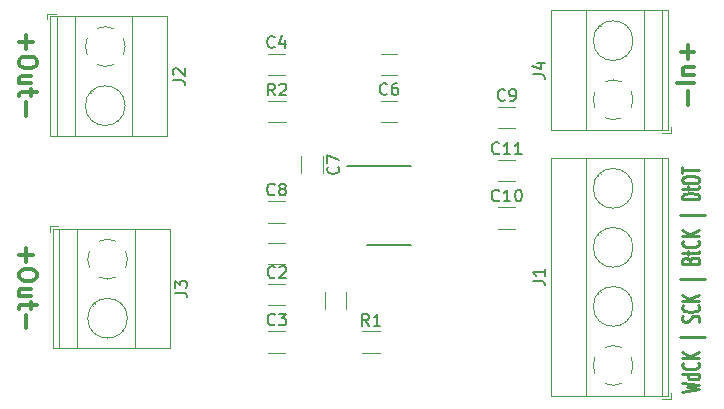
<source format=gbr>
%TF.GenerationSoftware,KiCad,Pcbnew,8.0.6*%
%TF.CreationDate,2025-11-11T21:27:36-08:00*%
%TF.ProjectId,I2S_Dac,4932535f-4461-4632-9e6b-696361645f70,rev?*%
%TF.SameCoordinates,Original*%
%TF.FileFunction,Legend,Top*%
%TF.FilePolarity,Positive*%
%FSLAX46Y46*%
G04 Gerber Fmt 4.6, Leading zero omitted, Abs format (unit mm)*
G04 Created by KiCad (PCBNEW 8.0.6) date 2025-11-11 21:27:36*
%MOMM*%
%LPD*%
G01*
G04 APERTURE LIST*
%ADD10C,0.225000*%
%ADD11C,0.300000*%
%ADD12C,0.150000*%
%ADD13C,0.200000*%
%ADD14C,0.120000*%
G04 APERTURE END LIST*
D10*
X153304728Y-92723402D02*
X154804728Y-92509116D01*
X154804728Y-92509116D02*
X153733300Y-92337688D01*
X153733300Y-92337688D02*
X154804728Y-92166259D01*
X154804728Y-92166259D02*
X153304728Y-91951974D01*
X154804728Y-91223403D02*
X153304728Y-91223403D01*
X154733300Y-91223403D02*
X154804728Y-91309117D01*
X154804728Y-91309117D02*
X154804728Y-91480545D01*
X154804728Y-91480545D02*
X154733300Y-91566260D01*
X154733300Y-91566260D02*
X154661871Y-91609117D01*
X154661871Y-91609117D02*
X154519014Y-91651974D01*
X154519014Y-91651974D02*
X154090442Y-91651974D01*
X154090442Y-91651974D02*
X153947585Y-91609117D01*
X153947585Y-91609117D02*
X153876157Y-91566260D01*
X153876157Y-91566260D02*
X153804728Y-91480545D01*
X153804728Y-91480545D02*
X153804728Y-91309117D01*
X153804728Y-91309117D02*
X153876157Y-91223403D01*
X154661871Y-90280545D02*
X154733300Y-90323402D01*
X154733300Y-90323402D02*
X154804728Y-90451974D01*
X154804728Y-90451974D02*
X154804728Y-90537688D01*
X154804728Y-90537688D02*
X154733300Y-90666259D01*
X154733300Y-90666259D02*
X154590442Y-90751974D01*
X154590442Y-90751974D02*
X154447585Y-90794831D01*
X154447585Y-90794831D02*
X154161871Y-90837688D01*
X154161871Y-90837688D02*
X153947585Y-90837688D01*
X153947585Y-90837688D02*
X153661871Y-90794831D01*
X153661871Y-90794831D02*
X153519014Y-90751974D01*
X153519014Y-90751974D02*
X153376157Y-90666259D01*
X153376157Y-90666259D02*
X153304728Y-90537688D01*
X153304728Y-90537688D02*
X153304728Y-90451974D01*
X153304728Y-90451974D02*
X153376157Y-90323402D01*
X153376157Y-90323402D02*
X153447585Y-90280545D01*
X154804728Y-89894831D02*
X153304728Y-89894831D01*
X154804728Y-89380545D02*
X153947585Y-89766259D01*
X153304728Y-89380545D02*
X154161871Y-89894831D01*
X155304728Y-88094831D02*
X153161871Y-88094831D01*
X154733300Y-86809117D02*
X154804728Y-86680546D01*
X154804728Y-86680546D02*
X154804728Y-86466260D01*
X154804728Y-86466260D02*
X154733300Y-86380546D01*
X154733300Y-86380546D02*
X154661871Y-86337688D01*
X154661871Y-86337688D02*
X154519014Y-86294831D01*
X154519014Y-86294831D02*
X154376157Y-86294831D01*
X154376157Y-86294831D02*
X154233300Y-86337688D01*
X154233300Y-86337688D02*
X154161871Y-86380546D01*
X154161871Y-86380546D02*
X154090442Y-86466260D01*
X154090442Y-86466260D02*
X154019014Y-86637688D01*
X154019014Y-86637688D02*
X153947585Y-86723403D01*
X153947585Y-86723403D02*
X153876157Y-86766260D01*
X153876157Y-86766260D02*
X153733300Y-86809117D01*
X153733300Y-86809117D02*
X153590442Y-86809117D01*
X153590442Y-86809117D02*
X153447585Y-86766260D01*
X153447585Y-86766260D02*
X153376157Y-86723403D01*
X153376157Y-86723403D02*
X153304728Y-86637688D01*
X153304728Y-86637688D02*
X153304728Y-86423403D01*
X153304728Y-86423403D02*
X153376157Y-86294831D01*
X154661871Y-85394831D02*
X154733300Y-85437688D01*
X154733300Y-85437688D02*
X154804728Y-85566260D01*
X154804728Y-85566260D02*
X154804728Y-85651974D01*
X154804728Y-85651974D02*
X154733300Y-85780545D01*
X154733300Y-85780545D02*
X154590442Y-85866260D01*
X154590442Y-85866260D02*
X154447585Y-85909117D01*
X154447585Y-85909117D02*
X154161871Y-85951974D01*
X154161871Y-85951974D02*
X153947585Y-85951974D01*
X153947585Y-85951974D02*
X153661871Y-85909117D01*
X153661871Y-85909117D02*
X153519014Y-85866260D01*
X153519014Y-85866260D02*
X153376157Y-85780545D01*
X153376157Y-85780545D02*
X153304728Y-85651974D01*
X153304728Y-85651974D02*
X153304728Y-85566260D01*
X153304728Y-85566260D02*
X153376157Y-85437688D01*
X153376157Y-85437688D02*
X153447585Y-85394831D01*
X154804728Y-85009117D02*
X153304728Y-85009117D01*
X154804728Y-84494831D02*
X153947585Y-84880545D01*
X153304728Y-84494831D02*
X154161871Y-85009117D01*
X155304728Y-83209117D02*
X153161871Y-83209117D01*
X154019014Y-81580546D02*
X154090442Y-81451974D01*
X154090442Y-81451974D02*
X154161871Y-81409117D01*
X154161871Y-81409117D02*
X154304728Y-81366260D01*
X154304728Y-81366260D02*
X154519014Y-81366260D01*
X154519014Y-81366260D02*
X154661871Y-81409117D01*
X154661871Y-81409117D02*
X154733300Y-81451974D01*
X154733300Y-81451974D02*
X154804728Y-81537689D01*
X154804728Y-81537689D02*
X154804728Y-81880546D01*
X154804728Y-81880546D02*
X153304728Y-81880546D01*
X153304728Y-81880546D02*
X153304728Y-81580546D01*
X153304728Y-81580546D02*
X153376157Y-81494832D01*
X153376157Y-81494832D02*
X153447585Y-81451974D01*
X153447585Y-81451974D02*
X153590442Y-81409117D01*
X153590442Y-81409117D02*
X153733300Y-81409117D01*
X153733300Y-81409117D02*
X153876157Y-81451974D01*
X153876157Y-81451974D02*
X153947585Y-81494832D01*
X153947585Y-81494832D02*
X154019014Y-81580546D01*
X154019014Y-81580546D02*
X154019014Y-81880546D01*
X153804728Y-81109117D02*
X153804728Y-80766260D01*
X153304728Y-80980546D02*
X154590442Y-80980546D01*
X154590442Y-80980546D02*
X154733300Y-80937689D01*
X154733300Y-80937689D02*
X154804728Y-80851974D01*
X154804728Y-80851974D02*
X154804728Y-80766260D01*
X154661871Y-79951974D02*
X154733300Y-79994831D01*
X154733300Y-79994831D02*
X154804728Y-80123403D01*
X154804728Y-80123403D02*
X154804728Y-80209117D01*
X154804728Y-80209117D02*
X154733300Y-80337688D01*
X154733300Y-80337688D02*
X154590442Y-80423403D01*
X154590442Y-80423403D02*
X154447585Y-80466260D01*
X154447585Y-80466260D02*
X154161871Y-80509117D01*
X154161871Y-80509117D02*
X153947585Y-80509117D01*
X153947585Y-80509117D02*
X153661871Y-80466260D01*
X153661871Y-80466260D02*
X153519014Y-80423403D01*
X153519014Y-80423403D02*
X153376157Y-80337688D01*
X153376157Y-80337688D02*
X153304728Y-80209117D01*
X153304728Y-80209117D02*
X153304728Y-80123403D01*
X153304728Y-80123403D02*
X153376157Y-79994831D01*
X153376157Y-79994831D02*
X153447585Y-79951974D01*
X154804728Y-79566260D02*
X153304728Y-79566260D01*
X154804728Y-79051974D02*
X153947585Y-79437688D01*
X153304728Y-79051974D02*
X154161871Y-79566260D01*
X155304728Y-77766260D02*
X153161871Y-77766260D01*
X154804728Y-76437689D02*
X153304728Y-76437689D01*
X153304728Y-76437689D02*
X153304728Y-76223403D01*
X153304728Y-76223403D02*
X153376157Y-76094832D01*
X153376157Y-76094832D02*
X153519014Y-76009117D01*
X153519014Y-76009117D02*
X153661871Y-75966260D01*
X153661871Y-75966260D02*
X153947585Y-75923403D01*
X153947585Y-75923403D02*
X154161871Y-75923403D01*
X154161871Y-75923403D02*
X154447585Y-75966260D01*
X154447585Y-75966260D02*
X154590442Y-76009117D01*
X154590442Y-76009117D02*
X154733300Y-76094832D01*
X154733300Y-76094832D02*
X154804728Y-76223403D01*
X154804728Y-76223403D02*
X154804728Y-76437689D01*
X153804728Y-75666260D02*
X153804728Y-75323403D01*
X153304728Y-75537689D02*
X154590442Y-75537689D01*
X154590442Y-75537689D02*
X154733300Y-75494832D01*
X154733300Y-75494832D02*
X154804728Y-75409117D01*
X154804728Y-75409117D02*
X154804728Y-75323403D01*
X153304728Y-74851974D02*
X153304728Y-74680546D01*
X153304728Y-74680546D02*
X153376157Y-74594831D01*
X153376157Y-74594831D02*
X153519014Y-74509117D01*
X153519014Y-74509117D02*
X153804728Y-74466260D01*
X153804728Y-74466260D02*
X154304728Y-74466260D01*
X154304728Y-74466260D02*
X154590442Y-74509117D01*
X154590442Y-74509117D02*
X154733300Y-74594831D01*
X154733300Y-74594831D02*
X154804728Y-74680546D01*
X154804728Y-74680546D02*
X154804728Y-74851974D01*
X154804728Y-74851974D02*
X154733300Y-74937689D01*
X154733300Y-74937689D02*
X154590442Y-75023403D01*
X154590442Y-75023403D02*
X154304728Y-75066260D01*
X154304728Y-75066260D02*
X153804728Y-75066260D01*
X153804728Y-75066260D02*
X153519014Y-75023403D01*
X153519014Y-75023403D02*
X153376157Y-74937689D01*
X153376157Y-74937689D02*
X153304728Y-74851974D01*
X153304728Y-74209117D02*
X153304728Y-73694832D01*
X154804728Y-73951974D02*
X153304728Y-73951974D01*
D11*
X153814484Y-68445489D02*
X153814484Y-67302632D01*
X154385912Y-66588346D02*
X152885912Y-66588346D01*
X153385912Y-65874060D02*
X154385912Y-65874060D01*
X153528769Y-65874060D02*
X153457341Y-65802631D01*
X153457341Y-65802631D02*
X153385912Y-65659774D01*
X153385912Y-65659774D02*
X153385912Y-65445488D01*
X153385912Y-65445488D02*
X153457341Y-65302631D01*
X153457341Y-65302631D02*
X153600198Y-65231203D01*
X153600198Y-65231203D02*
X154385912Y-65231203D01*
X153814484Y-64516917D02*
X153814484Y-63374060D01*
X154385912Y-63945488D02*
X153243055Y-63945488D01*
X97770600Y-62554510D02*
X97770600Y-63697368D01*
X97199171Y-63125939D02*
X98342028Y-63125939D01*
X98699171Y-64697368D02*
X98699171Y-64983082D01*
X98699171Y-64983082D02*
X98627742Y-65125939D01*
X98627742Y-65125939D02*
X98484885Y-65268796D01*
X98484885Y-65268796D02*
X98199171Y-65340225D01*
X98199171Y-65340225D02*
X97699171Y-65340225D01*
X97699171Y-65340225D02*
X97413457Y-65268796D01*
X97413457Y-65268796D02*
X97270600Y-65125939D01*
X97270600Y-65125939D02*
X97199171Y-64983082D01*
X97199171Y-64983082D02*
X97199171Y-64697368D01*
X97199171Y-64697368D02*
X97270600Y-64554511D01*
X97270600Y-64554511D02*
X97413457Y-64411653D01*
X97413457Y-64411653D02*
X97699171Y-64340225D01*
X97699171Y-64340225D02*
X98199171Y-64340225D01*
X98199171Y-64340225D02*
X98484885Y-64411653D01*
X98484885Y-64411653D02*
X98627742Y-64554511D01*
X98627742Y-64554511D02*
X98699171Y-64697368D01*
X98199171Y-66625940D02*
X97199171Y-66625940D01*
X98199171Y-65983082D02*
X97413457Y-65983082D01*
X97413457Y-65983082D02*
X97270600Y-66054511D01*
X97270600Y-66054511D02*
X97199171Y-66197368D01*
X97199171Y-66197368D02*
X97199171Y-66411654D01*
X97199171Y-66411654D02*
X97270600Y-66554511D01*
X97270600Y-66554511D02*
X97342028Y-66625940D01*
X98199171Y-67125940D02*
X98199171Y-67697368D01*
X98699171Y-67340225D02*
X97413457Y-67340225D01*
X97413457Y-67340225D02*
X97270600Y-67411654D01*
X97270600Y-67411654D02*
X97199171Y-67554511D01*
X97199171Y-67554511D02*
X97199171Y-67697368D01*
X97770600Y-68197368D02*
X97770600Y-69340226D01*
X97770600Y-80554510D02*
X97770600Y-81697368D01*
X97199171Y-81125939D02*
X98342028Y-81125939D01*
X98699171Y-82697368D02*
X98699171Y-82983082D01*
X98699171Y-82983082D02*
X98627742Y-83125939D01*
X98627742Y-83125939D02*
X98484885Y-83268796D01*
X98484885Y-83268796D02*
X98199171Y-83340225D01*
X98199171Y-83340225D02*
X97699171Y-83340225D01*
X97699171Y-83340225D02*
X97413457Y-83268796D01*
X97413457Y-83268796D02*
X97270600Y-83125939D01*
X97270600Y-83125939D02*
X97199171Y-82983082D01*
X97199171Y-82983082D02*
X97199171Y-82697368D01*
X97199171Y-82697368D02*
X97270600Y-82554511D01*
X97270600Y-82554511D02*
X97413457Y-82411653D01*
X97413457Y-82411653D02*
X97699171Y-82340225D01*
X97699171Y-82340225D02*
X98199171Y-82340225D01*
X98199171Y-82340225D02*
X98484885Y-82411653D01*
X98484885Y-82411653D02*
X98627742Y-82554511D01*
X98627742Y-82554511D02*
X98699171Y-82697368D01*
X98199171Y-84625940D02*
X97199171Y-84625940D01*
X98199171Y-83983082D02*
X97413457Y-83983082D01*
X97413457Y-83983082D02*
X97270600Y-84054511D01*
X97270600Y-84054511D02*
X97199171Y-84197368D01*
X97199171Y-84197368D02*
X97199171Y-84411654D01*
X97199171Y-84411654D02*
X97270600Y-84554511D01*
X97270600Y-84554511D02*
X97342028Y-84625940D01*
X98199171Y-85125940D02*
X98199171Y-85697368D01*
X98699171Y-85340225D02*
X97413457Y-85340225D01*
X97413457Y-85340225D02*
X97270600Y-85411654D01*
X97270600Y-85411654D02*
X97199171Y-85554511D01*
X97199171Y-85554511D02*
X97199171Y-85697368D01*
X97770600Y-86197368D02*
X97770600Y-87340226D01*
D12*
X140694819Y-83333333D02*
X141409104Y-83333333D01*
X141409104Y-83333333D02*
X141551961Y-83380952D01*
X141551961Y-83380952D02*
X141647200Y-83476190D01*
X141647200Y-83476190D02*
X141694819Y-83619047D01*
X141694819Y-83619047D02*
X141694819Y-83714285D01*
X141694819Y-82333333D02*
X141694819Y-82904761D01*
X141694819Y-82619047D02*
X140694819Y-82619047D01*
X140694819Y-82619047D02*
X140837676Y-82714285D01*
X140837676Y-82714285D02*
X140932914Y-82809523D01*
X140932914Y-82809523D02*
X140980533Y-82904761D01*
X118870833Y-67634819D02*
X118537500Y-67158628D01*
X118299405Y-67634819D02*
X118299405Y-66634819D01*
X118299405Y-66634819D02*
X118680357Y-66634819D01*
X118680357Y-66634819D02*
X118775595Y-66682438D01*
X118775595Y-66682438D02*
X118823214Y-66730057D01*
X118823214Y-66730057D02*
X118870833Y-66825295D01*
X118870833Y-66825295D02*
X118870833Y-66968152D01*
X118870833Y-66968152D02*
X118823214Y-67063390D01*
X118823214Y-67063390D02*
X118775595Y-67111009D01*
X118775595Y-67111009D02*
X118680357Y-67158628D01*
X118680357Y-67158628D02*
X118299405Y-67158628D01*
X119251786Y-66730057D02*
X119299405Y-66682438D01*
X119299405Y-66682438D02*
X119394643Y-66634819D01*
X119394643Y-66634819D02*
X119632738Y-66634819D01*
X119632738Y-66634819D02*
X119727976Y-66682438D01*
X119727976Y-66682438D02*
X119775595Y-66730057D01*
X119775595Y-66730057D02*
X119823214Y-66825295D01*
X119823214Y-66825295D02*
X119823214Y-66920533D01*
X119823214Y-66920533D02*
X119775595Y-67063390D01*
X119775595Y-67063390D02*
X119204167Y-67634819D01*
X119204167Y-67634819D02*
X119823214Y-67634819D01*
X126833333Y-87134819D02*
X126500000Y-86658628D01*
X126261905Y-87134819D02*
X126261905Y-86134819D01*
X126261905Y-86134819D02*
X126642857Y-86134819D01*
X126642857Y-86134819D02*
X126738095Y-86182438D01*
X126738095Y-86182438D02*
X126785714Y-86230057D01*
X126785714Y-86230057D02*
X126833333Y-86325295D01*
X126833333Y-86325295D02*
X126833333Y-86468152D01*
X126833333Y-86468152D02*
X126785714Y-86563390D01*
X126785714Y-86563390D02*
X126738095Y-86611009D01*
X126738095Y-86611009D02*
X126642857Y-86658628D01*
X126642857Y-86658628D02*
X126261905Y-86658628D01*
X127785714Y-87134819D02*
X127214286Y-87134819D01*
X127500000Y-87134819D02*
X127500000Y-86134819D01*
X127500000Y-86134819D02*
X127404762Y-86277676D01*
X127404762Y-86277676D02*
X127309524Y-86372914D01*
X127309524Y-86372914D02*
X127214286Y-86420533D01*
X110409819Y-84333333D02*
X111124104Y-84333333D01*
X111124104Y-84333333D02*
X111266961Y-84380952D01*
X111266961Y-84380952D02*
X111362200Y-84476190D01*
X111362200Y-84476190D02*
X111409819Y-84619047D01*
X111409819Y-84619047D02*
X111409819Y-84714285D01*
X110409819Y-83952380D02*
X110409819Y-83333333D01*
X110409819Y-83333333D02*
X110790771Y-83666666D01*
X110790771Y-83666666D02*
X110790771Y-83523809D01*
X110790771Y-83523809D02*
X110838390Y-83428571D01*
X110838390Y-83428571D02*
X110886009Y-83380952D01*
X110886009Y-83380952D02*
X110981247Y-83333333D01*
X110981247Y-83333333D02*
X111219342Y-83333333D01*
X111219342Y-83333333D02*
X111314580Y-83380952D01*
X111314580Y-83380952D02*
X111362200Y-83428571D01*
X111362200Y-83428571D02*
X111409819Y-83523809D01*
X111409819Y-83523809D02*
X111409819Y-83809523D01*
X111409819Y-83809523D02*
X111362200Y-83904761D01*
X111362200Y-83904761D02*
X111314580Y-83952380D01*
X110214819Y-66333333D02*
X110929104Y-66333333D01*
X110929104Y-66333333D02*
X111071961Y-66380952D01*
X111071961Y-66380952D02*
X111167200Y-66476190D01*
X111167200Y-66476190D02*
X111214819Y-66619047D01*
X111214819Y-66619047D02*
X111214819Y-66714285D01*
X110310057Y-65904761D02*
X110262438Y-65857142D01*
X110262438Y-65857142D02*
X110214819Y-65761904D01*
X110214819Y-65761904D02*
X110214819Y-65523809D01*
X110214819Y-65523809D02*
X110262438Y-65428571D01*
X110262438Y-65428571D02*
X110310057Y-65380952D01*
X110310057Y-65380952D02*
X110405295Y-65333333D01*
X110405295Y-65333333D02*
X110500533Y-65333333D01*
X110500533Y-65333333D02*
X110643390Y-65380952D01*
X110643390Y-65380952D02*
X111214819Y-65952380D01*
X111214819Y-65952380D02*
X111214819Y-65333333D01*
X137857142Y-72509580D02*
X137809523Y-72557200D01*
X137809523Y-72557200D02*
X137666666Y-72604819D01*
X137666666Y-72604819D02*
X137571428Y-72604819D01*
X137571428Y-72604819D02*
X137428571Y-72557200D01*
X137428571Y-72557200D02*
X137333333Y-72461961D01*
X137333333Y-72461961D02*
X137285714Y-72366723D01*
X137285714Y-72366723D02*
X137238095Y-72176247D01*
X137238095Y-72176247D02*
X137238095Y-72033390D01*
X137238095Y-72033390D02*
X137285714Y-71842914D01*
X137285714Y-71842914D02*
X137333333Y-71747676D01*
X137333333Y-71747676D02*
X137428571Y-71652438D01*
X137428571Y-71652438D02*
X137571428Y-71604819D01*
X137571428Y-71604819D02*
X137666666Y-71604819D01*
X137666666Y-71604819D02*
X137809523Y-71652438D01*
X137809523Y-71652438D02*
X137857142Y-71700057D01*
X138809523Y-72604819D02*
X138238095Y-72604819D01*
X138523809Y-72604819D02*
X138523809Y-71604819D01*
X138523809Y-71604819D02*
X138428571Y-71747676D01*
X138428571Y-71747676D02*
X138333333Y-71842914D01*
X138333333Y-71842914D02*
X138238095Y-71890533D01*
X139761904Y-72604819D02*
X139190476Y-72604819D01*
X139476190Y-72604819D02*
X139476190Y-71604819D01*
X139476190Y-71604819D02*
X139380952Y-71747676D01*
X139380952Y-71747676D02*
X139285714Y-71842914D01*
X139285714Y-71842914D02*
X139190476Y-71890533D01*
X137857142Y-76509580D02*
X137809523Y-76557200D01*
X137809523Y-76557200D02*
X137666666Y-76604819D01*
X137666666Y-76604819D02*
X137571428Y-76604819D01*
X137571428Y-76604819D02*
X137428571Y-76557200D01*
X137428571Y-76557200D02*
X137333333Y-76461961D01*
X137333333Y-76461961D02*
X137285714Y-76366723D01*
X137285714Y-76366723D02*
X137238095Y-76176247D01*
X137238095Y-76176247D02*
X137238095Y-76033390D01*
X137238095Y-76033390D02*
X137285714Y-75842914D01*
X137285714Y-75842914D02*
X137333333Y-75747676D01*
X137333333Y-75747676D02*
X137428571Y-75652438D01*
X137428571Y-75652438D02*
X137571428Y-75604819D01*
X137571428Y-75604819D02*
X137666666Y-75604819D01*
X137666666Y-75604819D02*
X137809523Y-75652438D01*
X137809523Y-75652438D02*
X137857142Y-75700057D01*
X138809523Y-76604819D02*
X138238095Y-76604819D01*
X138523809Y-76604819D02*
X138523809Y-75604819D01*
X138523809Y-75604819D02*
X138428571Y-75747676D01*
X138428571Y-75747676D02*
X138333333Y-75842914D01*
X138333333Y-75842914D02*
X138238095Y-75890533D01*
X139428571Y-75604819D02*
X139523809Y-75604819D01*
X139523809Y-75604819D02*
X139619047Y-75652438D01*
X139619047Y-75652438D02*
X139666666Y-75700057D01*
X139666666Y-75700057D02*
X139714285Y-75795295D01*
X139714285Y-75795295D02*
X139761904Y-75985771D01*
X139761904Y-75985771D02*
X139761904Y-76223866D01*
X139761904Y-76223866D02*
X139714285Y-76414342D01*
X139714285Y-76414342D02*
X139666666Y-76509580D01*
X139666666Y-76509580D02*
X139619047Y-76557200D01*
X139619047Y-76557200D02*
X139523809Y-76604819D01*
X139523809Y-76604819D02*
X139428571Y-76604819D01*
X139428571Y-76604819D02*
X139333333Y-76557200D01*
X139333333Y-76557200D02*
X139285714Y-76509580D01*
X139285714Y-76509580D02*
X139238095Y-76414342D01*
X139238095Y-76414342D02*
X139190476Y-76223866D01*
X139190476Y-76223866D02*
X139190476Y-75985771D01*
X139190476Y-75985771D02*
X139238095Y-75795295D01*
X139238095Y-75795295D02*
X139285714Y-75700057D01*
X139285714Y-75700057D02*
X139333333Y-75652438D01*
X139333333Y-75652438D02*
X139428571Y-75604819D01*
X138333333Y-68009580D02*
X138285714Y-68057200D01*
X138285714Y-68057200D02*
X138142857Y-68104819D01*
X138142857Y-68104819D02*
X138047619Y-68104819D01*
X138047619Y-68104819D02*
X137904762Y-68057200D01*
X137904762Y-68057200D02*
X137809524Y-67961961D01*
X137809524Y-67961961D02*
X137761905Y-67866723D01*
X137761905Y-67866723D02*
X137714286Y-67676247D01*
X137714286Y-67676247D02*
X137714286Y-67533390D01*
X137714286Y-67533390D02*
X137761905Y-67342914D01*
X137761905Y-67342914D02*
X137809524Y-67247676D01*
X137809524Y-67247676D02*
X137904762Y-67152438D01*
X137904762Y-67152438D02*
X138047619Y-67104819D01*
X138047619Y-67104819D02*
X138142857Y-67104819D01*
X138142857Y-67104819D02*
X138285714Y-67152438D01*
X138285714Y-67152438D02*
X138333333Y-67200057D01*
X138809524Y-68104819D02*
X139000000Y-68104819D01*
X139000000Y-68104819D02*
X139095238Y-68057200D01*
X139095238Y-68057200D02*
X139142857Y-68009580D01*
X139142857Y-68009580D02*
X139238095Y-67866723D01*
X139238095Y-67866723D02*
X139285714Y-67676247D01*
X139285714Y-67676247D02*
X139285714Y-67295295D01*
X139285714Y-67295295D02*
X139238095Y-67200057D01*
X139238095Y-67200057D02*
X139190476Y-67152438D01*
X139190476Y-67152438D02*
X139095238Y-67104819D01*
X139095238Y-67104819D02*
X138904762Y-67104819D01*
X138904762Y-67104819D02*
X138809524Y-67152438D01*
X138809524Y-67152438D02*
X138761905Y-67200057D01*
X138761905Y-67200057D02*
X138714286Y-67295295D01*
X138714286Y-67295295D02*
X138714286Y-67533390D01*
X138714286Y-67533390D02*
X138761905Y-67628628D01*
X138761905Y-67628628D02*
X138809524Y-67676247D01*
X138809524Y-67676247D02*
X138904762Y-67723866D01*
X138904762Y-67723866D02*
X139095238Y-67723866D01*
X139095238Y-67723866D02*
X139190476Y-67676247D01*
X139190476Y-67676247D02*
X139238095Y-67628628D01*
X139238095Y-67628628D02*
X139285714Y-67533390D01*
X118833333Y-76009580D02*
X118785714Y-76057200D01*
X118785714Y-76057200D02*
X118642857Y-76104819D01*
X118642857Y-76104819D02*
X118547619Y-76104819D01*
X118547619Y-76104819D02*
X118404762Y-76057200D01*
X118404762Y-76057200D02*
X118309524Y-75961961D01*
X118309524Y-75961961D02*
X118261905Y-75866723D01*
X118261905Y-75866723D02*
X118214286Y-75676247D01*
X118214286Y-75676247D02*
X118214286Y-75533390D01*
X118214286Y-75533390D02*
X118261905Y-75342914D01*
X118261905Y-75342914D02*
X118309524Y-75247676D01*
X118309524Y-75247676D02*
X118404762Y-75152438D01*
X118404762Y-75152438D02*
X118547619Y-75104819D01*
X118547619Y-75104819D02*
X118642857Y-75104819D01*
X118642857Y-75104819D02*
X118785714Y-75152438D01*
X118785714Y-75152438D02*
X118833333Y-75200057D01*
X119404762Y-75533390D02*
X119309524Y-75485771D01*
X119309524Y-75485771D02*
X119261905Y-75438152D01*
X119261905Y-75438152D02*
X119214286Y-75342914D01*
X119214286Y-75342914D02*
X119214286Y-75295295D01*
X119214286Y-75295295D02*
X119261905Y-75200057D01*
X119261905Y-75200057D02*
X119309524Y-75152438D01*
X119309524Y-75152438D02*
X119404762Y-75104819D01*
X119404762Y-75104819D02*
X119595238Y-75104819D01*
X119595238Y-75104819D02*
X119690476Y-75152438D01*
X119690476Y-75152438D02*
X119738095Y-75200057D01*
X119738095Y-75200057D02*
X119785714Y-75295295D01*
X119785714Y-75295295D02*
X119785714Y-75342914D01*
X119785714Y-75342914D02*
X119738095Y-75438152D01*
X119738095Y-75438152D02*
X119690476Y-75485771D01*
X119690476Y-75485771D02*
X119595238Y-75533390D01*
X119595238Y-75533390D02*
X119404762Y-75533390D01*
X119404762Y-75533390D02*
X119309524Y-75581009D01*
X119309524Y-75581009D02*
X119261905Y-75628628D01*
X119261905Y-75628628D02*
X119214286Y-75723866D01*
X119214286Y-75723866D02*
X119214286Y-75914342D01*
X119214286Y-75914342D02*
X119261905Y-76009580D01*
X119261905Y-76009580D02*
X119309524Y-76057200D01*
X119309524Y-76057200D02*
X119404762Y-76104819D01*
X119404762Y-76104819D02*
X119595238Y-76104819D01*
X119595238Y-76104819D02*
X119690476Y-76057200D01*
X119690476Y-76057200D02*
X119738095Y-76009580D01*
X119738095Y-76009580D02*
X119785714Y-75914342D01*
X119785714Y-75914342D02*
X119785714Y-75723866D01*
X119785714Y-75723866D02*
X119738095Y-75628628D01*
X119738095Y-75628628D02*
X119690476Y-75581009D01*
X119690476Y-75581009D02*
X119595238Y-75533390D01*
X124209580Y-73666666D02*
X124257200Y-73714285D01*
X124257200Y-73714285D02*
X124304819Y-73857142D01*
X124304819Y-73857142D02*
X124304819Y-73952380D01*
X124304819Y-73952380D02*
X124257200Y-74095237D01*
X124257200Y-74095237D02*
X124161961Y-74190475D01*
X124161961Y-74190475D02*
X124066723Y-74238094D01*
X124066723Y-74238094D02*
X123876247Y-74285713D01*
X123876247Y-74285713D02*
X123733390Y-74285713D01*
X123733390Y-74285713D02*
X123542914Y-74238094D01*
X123542914Y-74238094D02*
X123447676Y-74190475D01*
X123447676Y-74190475D02*
X123352438Y-74095237D01*
X123352438Y-74095237D02*
X123304819Y-73952380D01*
X123304819Y-73952380D02*
X123304819Y-73857142D01*
X123304819Y-73857142D02*
X123352438Y-73714285D01*
X123352438Y-73714285D02*
X123400057Y-73666666D01*
X123304819Y-73333332D02*
X123304819Y-72666666D01*
X123304819Y-72666666D02*
X124304819Y-73095237D01*
X128358333Y-67509580D02*
X128310714Y-67557200D01*
X128310714Y-67557200D02*
X128167857Y-67604819D01*
X128167857Y-67604819D02*
X128072619Y-67604819D01*
X128072619Y-67604819D02*
X127929762Y-67557200D01*
X127929762Y-67557200D02*
X127834524Y-67461961D01*
X127834524Y-67461961D02*
X127786905Y-67366723D01*
X127786905Y-67366723D02*
X127739286Y-67176247D01*
X127739286Y-67176247D02*
X127739286Y-67033390D01*
X127739286Y-67033390D02*
X127786905Y-66842914D01*
X127786905Y-66842914D02*
X127834524Y-66747676D01*
X127834524Y-66747676D02*
X127929762Y-66652438D01*
X127929762Y-66652438D02*
X128072619Y-66604819D01*
X128072619Y-66604819D02*
X128167857Y-66604819D01*
X128167857Y-66604819D02*
X128310714Y-66652438D01*
X128310714Y-66652438D02*
X128358333Y-66700057D01*
X129215476Y-66604819D02*
X129025000Y-66604819D01*
X129025000Y-66604819D02*
X128929762Y-66652438D01*
X128929762Y-66652438D02*
X128882143Y-66700057D01*
X128882143Y-66700057D02*
X128786905Y-66842914D01*
X128786905Y-66842914D02*
X128739286Y-67033390D01*
X128739286Y-67033390D02*
X128739286Y-67414342D01*
X128739286Y-67414342D02*
X128786905Y-67509580D01*
X128786905Y-67509580D02*
X128834524Y-67557200D01*
X128834524Y-67557200D02*
X128929762Y-67604819D01*
X128929762Y-67604819D02*
X129120238Y-67604819D01*
X129120238Y-67604819D02*
X129215476Y-67557200D01*
X129215476Y-67557200D02*
X129263095Y-67509580D01*
X129263095Y-67509580D02*
X129310714Y-67414342D01*
X129310714Y-67414342D02*
X129310714Y-67176247D01*
X129310714Y-67176247D02*
X129263095Y-67081009D01*
X129263095Y-67081009D02*
X129215476Y-67033390D01*
X129215476Y-67033390D02*
X129120238Y-66985771D01*
X129120238Y-66985771D02*
X128929762Y-66985771D01*
X128929762Y-66985771D02*
X128834524Y-67033390D01*
X128834524Y-67033390D02*
X128786905Y-67081009D01*
X128786905Y-67081009D02*
X128739286Y-67176247D01*
X118833333Y-63509580D02*
X118785714Y-63557200D01*
X118785714Y-63557200D02*
X118642857Y-63604819D01*
X118642857Y-63604819D02*
X118547619Y-63604819D01*
X118547619Y-63604819D02*
X118404762Y-63557200D01*
X118404762Y-63557200D02*
X118309524Y-63461961D01*
X118309524Y-63461961D02*
X118261905Y-63366723D01*
X118261905Y-63366723D02*
X118214286Y-63176247D01*
X118214286Y-63176247D02*
X118214286Y-63033390D01*
X118214286Y-63033390D02*
X118261905Y-62842914D01*
X118261905Y-62842914D02*
X118309524Y-62747676D01*
X118309524Y-62747676D02*
X118404762Y-62652438D01*
X118404762Y-62652438D02*
X118547619Y-62604819D01*
X118547619Y-62604819D02*
X118642857Y-62604819D01*
X118642857Y-62604819D02*
X118785714Y-62652438D01*
X118785714Y-62652438D02*
X118833333Y-62700057D01*
X119690476Y-62938152D02*
X119690476Y-63604819D01*
X119452381Y-62557200D02*
X119214286Y-63271485D01*
X119214286Y-63271485D02*
X119833333Y-63271485D01*
X118858333Y-87009580D02*
X118810714Y-87057200D01*
X118810714Y-87057200D02*
X118667857Y-87104819D01*
X118667857Y-87104819D02*
X118572619Y-87104819D01*
X118572619Y-87104819D02*
X118429762Y-87057200D01*
X118429762Y-87057200D02*
X118334524Y-86961961D01*
X118334524Y-86961961D02*
X118286905Y-86866723D01*
X118286905Y-86866723D02*
X118239286Y-86676247D01*
X118239286Y-86676247D02*
X118239286Y-86533390D01*
X118239286Y-86533390D02*
X118286905Y-86342914D01*
X118286905Y-86342914D02*
X118334524Y-86247676D01*
X118334524Y-86247676D02*
X118429762Y-86152438D01*
X118429762Y-86152438D02*
X118572619Y-86104819D01*
X118572619Y-86104819D02*
X118667857Y-86104819D01*
X118667857Y-86104819D02*
X118810714Y-86152438D01*
X118810714Y-86152438D02*
X118858333Y-86200057D01*
X119191667Y-86104819D02*
X119810714Y-86104819D01*
X119810714Y-86104819D02*
X119477381Y-86485771D01*
X119477381Y-86485771D02*
X119620238Y-86485771D01*
X119620238Y-86485771D02*
X119715476Y-86533390D01*
X119715476Y-86533390D02*
X119763095Y-86581009D01*
X119763095Y-86581009D02*
X119810714Y-86676247D01*
X119810714Y-86676247D02*
X119810714Y-86914342D01*
X119810714Y-86914342D02*
X119763095Y-87009580D01*
X119763095Y-87009580D02*
X119715476Y-87057200D01*
X119715476Y-87057200D02*
X119620238Y-87104819D01*
X119620238Y-87104819D02*
X119334524Y-87104819D01*
X119334524Y-87104819D02*
X119239286Y-87057200D01*
X119239286Y-87057200D02*
X119191667Y-87009580D01*
X118858333Y-83009580D02*
X118810714Y-83057200D01*
X118810714Y-83057200D02*
X118667857Y-83104819D01*
X118667857Y-83104819D02*
X118572619Y-83104819D01*
X118572619Y-83104819D02*
X118429762Y-83057200D01*
X118429762Y-83057200D02*
X118334524Y-82961961D01*
X118334524Y-82961961D02*
X118286905Y-82866723D01*
X118286905Y-82866723D02*
X118239286Y-82676247D01*
X118239286Y-82676247D02*
X118239286Y-82533390D01*
X118239286Y-82533390D02*
X118286905Y-82342914D01*
X118286905Y-82342914D02*
X118334524Y-82247676D01*
X118334524Y-82247676D02*
X118429762Y-82152438D01*
X118429762Y-82152438D02*
X118572619Y-82104819D01*
X118572619Y-82104819D02*
X118667857Y-82104819D01*
X118667857Y-82104819D02*
X118810714Y-82152438D01*
X118810714Y-82152438D02*
X118858333Y-82200057D01*
X119239286Y-82200057D02*
X119286905Y-82152438D01*
X119286905Y-82152438D02*
X119382143Y-82104819D01*
X119382143Y-82104819D02*
X119620238Y-82104819D01*
X119620238Y-82104819D02*
X119715476Y-82152438D01*
X119715476Y-82152438D02*
X119763095Y-82200057D01*
X119763095Y-82200057D02*
X119810714Y-82295295D01*
X119810714Y-82295295D02*
X119810714Y-82390533D01*
X119810714Y-82390533D02*
X119763095Y-82533390D01*
X119763095Y-82533390D02*
X119191667Y-83104819D01*
X119191667Y-83104819D02*
X119810714Y-83104819D01*
X140694819Y-65833333D02*
X141409104Y-65833333D01*
X141409104Y-65833333D02*
X141551961Y-65880952D01*
X141551961Y-65880952D02*
X141647200Y-65976190D01*
X141647200Y-65976190D02*
X141694819Y-66119047D01*
X141694819Y-66119047D02*
X141694819Y-66214285D01*
X141028152Y-64928571D02*
X141694819Y-64928571D01*
X140647200Y-65166666D02*
X141361485Y-65404761D01*
X141361485Y-65404761D02*
X141361485Y-64785714D01*
D13*
%TO.C,U1*%
X126650001Y-80299998D02*
X130349999Y-80299998D01*
X124999999Y-73599999D02*
X130349999Y-73599999D01*
D14*
%TO.C,J1*%
X151660000Y-93300000D02*
X152400000Y-93300000D01*
X152400000Y-93300000D02*
X152400000Y-92800000D01*
X142239000Y-93060000D02*
X152160000Y-93060000D01*
X142239000Y-93060000D02*
X142239000Y-72939000D01*
X145199000Y-93060000D02*
X145199000Y-72939000D01*
X150100000Y-93060000D02*
X150100000Y-72939000D01*
X151600000Y-93060000D02*
X151600000Y-72939000D01*
X152160000Y-93060000D02*
X152160000Y-72939000D01*
X148523000Y-86727000D02*
X148569000Y-86774000D01*
X148739000Y-86534000D02*
X148774000Y-86569000D01*
X146225000Y-84430000D02*
X146261000Y-84465000D01*
X146431000Y-84225000D02*
X146477000Y-84272000D01*
X148523000Y-81727000D02*
X148569000Y-81774000D01*
X148739000Y-81534000D02*
X148774000Y-81569000D01*
X146225000Y-79430000D02*
X146261000Y-79465000D01*
X146431000Y-79225000D02*
X146477000Y-79272000D01*
X148523000Y-76727000D02*
X148569000Y-76774000D01*
X148739000Y-76534000D02*
X148774000Y-76569000D01*
X146225000Y-74430000D02*
X146261000Y-74465000D01*
X146431000Y-74225000D02*
X146477000Y-74272000D01*
X142239000Y-72939000D02*
X152160000Y-72939000D01*
X148183042Y-92035427D02*
G75*
G02*
X146816000Y-92035000I-683041J1535420D01*
G01*
X145964573Y-91183042D02*
G75*
G02*
X145965000Y-89816000I1535420J683041D01*
G01*
X149180253Y-90471195D02*
G75*
G02*
X149035000Y-91184000I-1680254J-28806D01*
G01*
X149034756Y-89816682D02*
G75*
G02*
X149180000Y-90500000I-1534756J-683318D01*
G01*
X146816958Y-88964573D02*
G75*
G02*
X148184000Y-88965000I683042J-1535427D01*
G01*
X149180000Y-85500000D02*
G75*
G02*
X145820000Y-85500000I-1680000J0D01*
G01*
X145820000Y-85500000D02*
G75*
G02*
X149180000Y-85500000I1680000J0D01*
G01*
X149180000Y-80500000D02*
G75*
G02*
X145820000Y-80500000I-1680000J0D01*
G01*
X145820000Y-80500000D02*
G75*
G02*
X149180000Y-80500000I1680000J0D01*
G01*
X149180000Y-75500000D02*
G75*
G02*
X145820000Y-75500000I-1680000J0D01*
G01*
X145820000Y-75500000D02*
G75*
G02*
X149180000Y-75500000I1680000J0D01*
G01*
%TO.C,R2*%
X118310436Y-68090000D02*
X119764564Y-68090000D01*
X118310436Y-69910000D02*
X119764564Y-69910000D01*
%TO.C,R1*%
X126272936Y-87590000D02*
X127727064Y-87590000D01*
X126272936Y-89410000D02*
X127727064Y-89410000D01*
%TO.C,J3*%
X100535000Y-78700000D02*
X99795000Y-78700000D01*
X99795000Y-78700000D02*
X99795000Y-79200000D01*
X109956000Y-78940000D02*
X100035000Y-78940000D01*
X109956000Y-78940000D02*
X109956000Y-89060000D01*
X106996000Y-78940000D02*
X106996000Y-89060000D01*
X102095000Y-78940000D02*
X102095000Y-89060000D01*
X100595000Y-78940000D02*
X100595000Y-89060000D01*
X100035000Y-78940000D02*
X100035000Y-89060000D01*
X103672000Y-85273000D02*
X103626000Y-85226000D01*
X103456000Y-85466000D02*
X103421000Y-85431000D01*
X105970000Y-87570000D02*
X105934000Y-87535000D01*
X105764000Y-87775000D02*
X105718000Y-87728000D01*
X109956000Y-89060000D02*
X100035000Y-89060000D01*
X104011958Y-79964573D02*
G75*
G02*
X105379000Y-79965000I683041J-1535420D01*
G01*
X106230427Y-80816958D02*
G75*
G02*
X106230000Y-82184000I-1535420J-683041D01*
G01*
X103014747Y-81528805D02*
G75*
G02*
X103160000Y-80816000I1680254J28806D01*
G01*
X103160244Y-82183318D02*
G75*
G02*
X103015000Y-81500000I1534756J683318D01*
G01*
X105378042Y-83035427D02*
G75*
G02*
X104011000Y-83035000I-683042J1535427D01*
G01*
X106375000Y-86500000D02*
G75*
G02*
X103015000Y-86500000I-1680000J0D01*
G01*
X103015000Y-86500000D02*
G75*
G02*
X106375000Y-86500000I1680000J0D01*
G01*
%TO.C,J2*%
X100340000Y-60700000D02*
X99600000Y-60700000D01*
X99600000Y-60700000D02*
X99600000Y-61200000D01*
X109761000Y-60940000D02*
X99840000Y-60940000D01*
X109761000Y-60940000D02*
X109761000Y-71060000D01*
X106801000Y-60940000D02*
X106801000Y-71060000D01*
X101900000Y-60940000D02*
X101900000Y-71060000D01*
X100400000Y-60940000D02*
X100400000Y-71060000D01*
X99840000Y-60940000D02*
X99840000Y-71060000D01*
X103477000Y-67273000D02*
X103431000Y-67226000D01*
X103261000Y-67466000D02*
X103226000Y-67431000D01*
X105775000Y-69570000D02*
X105739000Y-69535000D01*
X105569000Y-69775000D02*
X105523000Y-69728000D01*
X109761000Y-71060000D02*
X99840000Y-71060000D01*
X103816958Y-61964573D02*
G75*
G02*
X105184000Y-61965000I683041J-1535420D01*
G01*
X106035427Y-62816958D02*
G75*
G02*
X106035000Y-64184000I-1535420J-683041D01*
G01*
X102819747Y-63528805D02*
G75*
G02*
X102965000Y-62816000I1680254J28806D01*
G01*
X102965244Y-64183318D02*
G75*
G02*
X102820000Y-63500000I1534756J683318D01*
G01*
X105183042Y-65035427D02*
G75*
G02*
X103816000Y-65035000I-683042J1535427D01*
G01*
X106180000Y-68500000D02*
G75*
G02*
X102820000Y-68500000I-1680000J0D01*
G01*
X102820000Y-68500000D02*
G75*
G02*
X106180000Y-68500000I1680000J0D01*
G01*
%TO.C,C12*%
X123090000Y-84288748D02*
X123090000Y-85711252D01*
X124910000Y-84288748D02*
X124910000Y-85711252D01*
%TO.C,C11*%
X137788748Y-73090000D02*
X139211252Y-73090000D01*
X137788748Y-74910000D02*
X139211252Y-74910000D01*
%TO.C,C10*%
X137788748Y-77090000D02*
X139211252Y-77090000D01*
X137788748Y-78910000D02*
X139211252Y-78910000D01*
%TO.C,C9*%
X137788748Y-68590000D02*
X139211252Y-68590000D01*
X137788748Y-70410000D02*
X139211252Y-70410000D01*
%TO.C,C8*%
X118288748Y-76590000D02*
X119711252Y-76590000D01*
X118288748Y-78410000D02*
X119711252Y-78410000D01*
%TO.C,C7*%
X122910000Y-72788748D02*
X122910000Y-74211252D01*
X121090000Y-72788748D02*
X121090000Y-74211252D01*
%TO.C,C6*%
X127813748Y-68090000D02*
X129236252Y-68090000D01*
X127813748Y-69910000D02*
X129236252Y-69910000D01*
%TO.C,C5*%
X129236252Y-65910000D02*
X127813748Y-65910000D01*
X129236252Y-64090000D02*
X127813748Y-64090000D01*
%TO.C,C4*%
X118288748Y-64090000D02*
X119711252Y-64090000D01*
X118288748Y-65910000D02*
X119711252Y-65910000D01*
%TO.C,C3*%
X118313748Y-87590000D02*
X119736252Y-87590000D01*
X118313748Y-89410000D02*
X119736252Y-89410000D01*
%TO.C,C2*%
X118313748Y-85410000D02*
X119736252Y-85410000D01*
X118313748Y-83590000D02*
X119736252Y-83590000D01*
%TO.C,C1*%
X119736252Y-81910000D02*
X118313748Y-81910000D01*
X119736252Y-80090000D02*
X118313748Y-80090000D01*
%TO.C,J4*%
X151660000Y-70800000D02*
X152400000Y-70800000D01*
X152400000Y-70800000D02*
X152400000Y-70300000D01*
X142239000Y-70560000D02*
X152160000Y-70560000D01*
X142239000Y-70560000D02*
X142239000Y-60440000D01*
X145199000Y-70560000D02*
X145199000Y-60440000D01*
X150100000Y-70560000D02*
X150100000Y-60440000D01*
X151600000Y-70560000D02*
X151600000Y-60440000D01*
X152160000Y-70560000D02*
X152160000Y-60440000D01*
X148523000Y-64227000D02*
X148569000Y-64274000D01*
X148739000Y-64034000D02*
X148774000Y-64069000D01*
X146225000Y-61930000D02*
X146261000Y-61965000D01*
X146431000Y-61725000D02*
X146477000Y-61772000D01*
X142239000Y-60440000D02*
X152160000Y-60440000D01*
X148183042Y-69535427D02*
G75*
G02*
X146816000Y-69535000I-683041J1535420D01*
G01*
X145964573Y-68683042D02*
G75*
G02*
X145965000Y-67316000I1535420J683041D01*
G01*
X149180253Y-67971195D02*
G75*
G02*
X149035000Y-68684000I-1680254J-28806D01*
G01*
X149034756Y-67316682D02*
G75*
G02*
X149180000Y-68000000I-1534756J-683318D01*
G01*
X146816958Y-66464573D02*
G75*
G02*
X148184000Y-66465000I683042J-1535427D01*
G01*
X149180000Y-63000000D02*
G75*
G02*
X145820000Y-63000000I-1680000J0D01*
G01*
X145820000Y-63000000D02*
G75*
G02*
X149180000Y-63000000I1680000J0D01*
G01*
%TD*%
M02*

</source>
